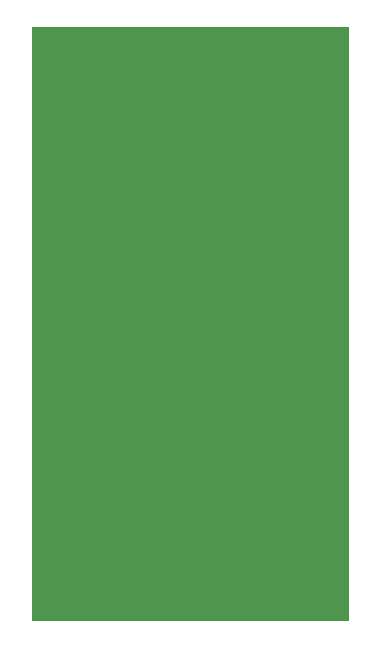
<source format=gbr>
%TF.GenerationSoftware,KiCad,Pcbnew,6.0.11+dfsg-1~bpo11+1*%
%TF.CreationDate,2023-04-12T09:04:15+00:00*%
%TF.ProjectId,PINHOLDER01,50494e48-4f4c-4444-9552-30312e6b6963,01A*%
%TF.SameCoordinates,Original*%
%TF.FileFunction,Soldermask,Top*%
%TF.FilePolarity,Negative*%
%FSLAX46Y46*%
G04 Gerber Fmt 4.6, Leading zero omitted, Abs format (unit mm)*
G04 Created by KiCad (PCBNEW 6.0.11+dfsg-1~bpo11+1) date 2023-04-12 09:04:15*
%MOMM*%
%LPD*%
G01*
G04 APERTURE LIST*
%ADD10C,6.000000*%
%ADD11C,0.509900*%
%ADD12R,3.800000X2.000000*%
G04 APERTURE END LIST*
D10*
%TO.C,M3*%
X114175179Y-70341146D03*
%TD*%
%TO.C,M4*%
X114175179Y-110981146D03*
%TD*%
D11*
%TO.C,TP1*%
X120750000Y-90750000D03*
%TD*%
D12*
%TO.C,TP2*%
X122000000Y-76150000D03*
%TD*%
G36*
X136225495Y-65524501D02*
G01*
X136240000Y-65559509D01*
X136240000Y-115760495D01*
X136225502Y-115795497D01*
X136190495Y-115809995D01*
X109398674Y-115807151D01*
X109363673Y-115792649D01*
X109349179Y-115757651D01*
X109349179Y-65564637D01*
X109363677Y-65529635D01*
X109398670Y-65515137D01*
X136190491Y-65510009D01*
X136225495Y-65524501D01*
G37*
M02*

</source>
